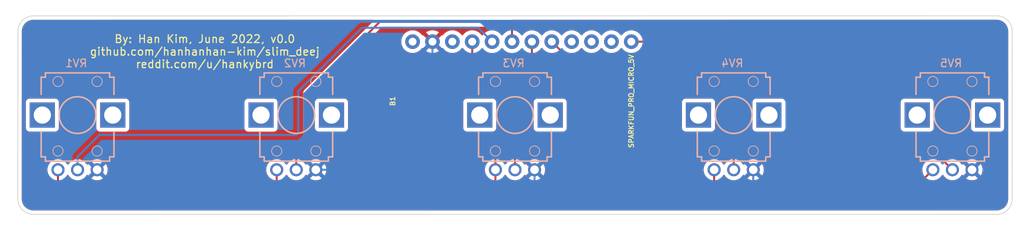
<source format=kicad_pcb>
(kicad_pcb (version 20211014) (generator pcbnew)
  (title_block (title "slim_deej") (date "2022-06-22") (rev "v0.0") (company "personal") (comment 1 "gnu.org/licenses/gpl-3.0.html") (comment 2 "License GPL by 3.0") (comment 3 "By: Han Kim"))
  (layers (0 "F.Cu" signal) (31 "B.Cu" signal) (34 "B.Paste" user) (35 "F.Paste" user) (36 "B.SilkS" user "B.Silkscreen") (37 "F.SilkS" user "F.Silkscreen") (38 "B.Mask" user) (39 "F.Mask" user) (44 "Edge.Cuts" user))
  (net 0 "")
  (net 6 "Net-(B1-Pad20)")
  (net 7 "Net-(B1-Pad19)")
  (net 8 "Net-(B1-Pad18)")
  (net 9 "Net-(B1-Pad17)")
  (net 10 "Net-(B1-Pad13)")
  (net 11 "Net-(RV3-Pad1)")
  (net 12 "Net-(B1-Pad21)")
  (footprint "SF_Boards:SPARKFUN_PRO_MICRO_ANALOG_HALF" (layer "F.Cu") (at 148.8186 91.9988 90)
    (fp_text reference "B1" (at 0 -15.24 90) (layer "F.SilkS") (effects (font (size 0.6096 0.6096) (thickness 0.127))))
    (fp_text value "SPARKFUN_PRO_MICRO_5V" (at 0 15.24 90) (layer "F.SilkS") (effects (font (size 0.6096 0.6096) (thickness 0.127))))
    (pad "13" thru_hole circle (at 7.62 15.24 90) (size 1.8796 1.8796) (drill 1.016) (layers *.Cu *.Mask) (net 10 "Net-(B1-Pad13)"))
    (pad "14" thru_hole circle (at 7.62 12.7 90) (size 1.8796 1.8796) (drill 1.016) (layers *.Cu *.Mask))
    (pad "15" thru_hole circle (at 7.62 10.16 90) (size 1.8796 1.8796) (drill 1.016) (layers *.Cu *.Mask))
    (pad "16" thru_hole circle (at 7.62 7.62 90) (size 1.8796 1.8796) (drill 1.016) (layers *.Cu *.Mask))
    (pad "17" thru_hole circle (at 7.62 5.08 90) (size 1.8796 1.8796) (drill 1.016) (layers *.Cu *.Mask) (net 9 "Net-(B1-Pad17)"))
    (pad "18" thru_hole circle (at 7.62 2.54 90) (size 1.8796 1.8796) (drill 1.016) (layers *.Cu *.Mask) (net 8 "Net-(B1-Pad18)"))
    (pad "19" thru_hole circle (at 7.62 0 90) (size 1.8796 1.8796) (drill 1.016) (layers *.Cu *.Mask) (net 7 "Net-(B1-Pad19)"))
    (pad "20" thru_hole circle (at 7.62 -2.54 90) (size 1.8796 1.8796) (drill 1.016) (layers *.Cu *.Mask) (net 6 "Net-(B1-Pad20)"))
    (pad "21" thru_hole circle (at 7.62 -5.08 90) (size 1.8796 1.8796) (drill 1.016) (layers *.Cu *.Mask) (net 12 "Net-(B1-Pad21)"))
    (pad "22" thru_hole circle (at 7.62 -7.62 90) (size 1.8796 1.8796) (drill 1.016) (layers *.Cu *.Mask))
    (pad "23" thru_hole circle (at 7.62 -10.16 90) (size 1.8796 1.8796) (drill 1.016) (layers *.Cu *.Mask) (net 11 "Net-(RV3-Pad1)"))
    (pad "24" thru_hole circle (at 7.62 -12.7 90) (size 1.8796 1.8796) (drill 1.016) (layers *.Cu *.Mask))
  )
  (footprint "rotary_pot_R0904N:R0904N" (layer "B.Cu") (at 177.1396 93.7768 180)
    (fp_text reference "RV4" (at 0.175 6.635) (layer "B.SilkS") (effects (justify mirror)))
    (fp_text value "10 kOhm")
    (fp_line (start 4.65 4.85) (end 4.65 2.65) (layer "B.SilkS") (width 0.2032))
    (fp_line (start -4.1 5.4) (end 4.1 5.4) (layer "B.SilkS") (width 0.2032))
    (fp_line (start -4.1 5.4) (end -4.1 4.85) (layer "B.SilkS") (width 0.2032))
    (fp_line (start 4.1 -5.9) (end 4.1 -5.35) (layer "B.SilkS") (width 0.2032))
    (fp_line (start -4.65 -5.35) (end -4.1 -5.35) (layer "B.SilkS") (width 0.2032))
    (fp_line (start 4.1 -5.9) (end -4.1 -5.9) (layer "B.SilkS") (width 0.2032))
    (fp_line (start -4.65 -5.35) (end -4.65 -2.15) (layer "B.SilkS") (width 0.2032))
    (fp_line (start 4.1 4.85) (end 4.1 5.4) (layer "B.SilkS") (width 0.2032))
    (fp_line (start -4.1 -5.35) (end -4.1 -5.9) (layer "B.SilkS") (width 0.2032))
    (fp_line (start 4.1 -5.35) (end 4.65 -5.35) (layer "B.SilkS") (width 0.2032))
    (fp_line (start -4.65 2.65) (end -4.65 4.85) (layer "B.SilkS") (width 0.2032))
    (fp_line (start -4.1 4.85) (end -4.65 4.85) (layer "B.SilkS") (width 0.2032))
    (fp_line (start 4.65 4.85) (end 4.1 4.85) (layer "B.SilkS") (width 0.2032))
    (fp_line (start 4.65 -2.15) (end 4.65 -5.35) (layer "B.SilkS") (width 0.2032))
    (fp_circle (center 2.5 4.3) (end 3.15 4.3) (layer "B.SilkS") (width 0.1016) (fill none))
    (fp_circle (center 2.5 -4.6) (end 3.15 -4.6) (layer "B.SilkS") (width 0.1016) (fill none))
    (fp_circle (center -2.5 -4.6) (end -1.85 -4.6) (layer "B.SilkS") (width 0.1016) (fill none))
    (fp_circle (center 0 0) (end 2.3501 0) (layer "B.SilkS") (width 0.2032) (fill none))
    (fp_circle (center -2.5 4.3) (end -1.85 4.3) (layer "B.SilkS") (width 0.1016) (fill none))
    (pad "1" thru_hole circle (at -2.5 -7 180) (size 1.6764 1.6764) (drill 1.1) (layers *.Cu *.Mask) (net 11 "Net-(RV3-Pad1)"))
    (pad "2" thru_hole circle (at 0 -7 180) (size 1.6764 1.6764) (drill 1.1) (layers *.Cu *.Mask) (net 9 "Net-(B1-Pad17)"))
    (pad "3" thru_hole circle (at 2.5 -7 180) (size 1.6764 1.6764) (drill 1.1) (layers *.Cu *.Mask) (net 12 "Net-(B1-Pad21)"))
    (pad "M1" thru_hole rect (at -4.5 0 180) (size 3.216 3.216) (drill 2.2) (layers *.Cu *.Mask))
    (pad "M2" thru_hole rect (at 4.5 0 180) (size 3.216 3.216) (drill 2.2) (layers *.Cu *.Mask))
  )
  (footprint "rotary_pot_R0904N:R0904N" (layer "B.Cu") (at 149.1996 93.7768 180)
    (fp_text reference "RV3" (at 0.175 6.635) (layer "B.SilkS") (effects (justify mirror)))
    (fp_text value "10 kOhm")
    (fp_line (start -4.65 -5.35) (end -4.1 -5.35) (layer "B.SilkS") (width 0.2032))
    (fp_line (start -4.1 5.4) (end -4.1 4.85) (layer "B.SilkS") (width 0.2032))
    (fp_line (start -4.65 2.65) (end -4.65 4.85) (layer "B.SilkS") (width 0.2032))
    (fp_line (start -4.1 -5.35) (end -4.1 -5.9) (layer "B.SilkS") (width 0.2032))
    (fp_line (start -4.1 5.4) (end 4.1 5.4) (layer "B.SilkS") (width 0.2032))
    (fp_line (start -4.1 4.85) (end -4.65 4.85) (layer "B.SilkS") (width 0.2032))
    (fp_line (start 4.1 -5.9) (end -4.1 -5.9) (layer "B.SilkS") (width 0.2032))
    (fp_line (start 4.1 -5.9) (end 4.1 -5.35) (layer "B.SilkS") (width 0.2032))
    (fp_line (start 4.65 4.85) (end 4.65 2.65) (layer "B.SilkS") (width 0.2032))
    (fp_line (start 4.65 -2.15) (end 4.65 -5.35) (layer "B.SilkS") (width 0.2032))
    (fp_line (start -4.65 -5.35) (end -4.65 -2.15) (layer "B.SilkS") (width 0.2032))
    (fp_line (start 4.1 -5.35) (end 4.65 -5.35) (layer "B.SilkS") (width 0.2032))
    (fp_line (start 4.1 4.85) (end 4.1 5.4) (layer "B.SilkS") (width 0.2032))
    (fp_line (start 4.65 4.85) (end 4.1 4.85) (layer "B.SilkS") (width 0.2032))
    (fp_circle (center 2.5 -4.6) (end 3.15 -4.6) (layer "B.SilkS") (width 0.1016) (fill none))
    (fp_circle (center 0 0) (end 2.3501 0) (layer "B.SilkS") (width 0.2032) (fill none))
    (fp_circle (center -2.5 4.3) (end -1.85 4.3) (layer "B.SilkS") (width 0.1016) (fill none))
    (fp_circle (center -2.5 -4.6) (end -1.85 -4.6) (layer "B.SilkS") (width 0.1016) (fill none))
    (fp_circle (center 2.5 4.3) (end 3.15 4.3) (layer "B.SilkS") (width 0.1016) (fill none))
    (pad "1" thru_hole circle (at -2.5 -7 180) (size 1.6764 1.6764) (drill 1.1) (layers *.Cu *.Mask) (net 11 "Net-(RV3-Pad1)"))
    (pad "2" thru_hole circle (at 0 -7 180) (size 1.6764 1.6764) (drill 1.1) (layers *.Cu *.Mask) (net 8 "Net-(B1-Pad18)"))
    (pad "3" thru_hole circle (at 2.5 -7 180) (size 1.6764 1.6764) (drill 1.1) (layers *.Cu *.Mask) (net 12 "Net-(B1-Pad21)"))
    (pad "M1" thru_hole rect (at -4.5 0 180) (size 3.216 3.216) (drill 2.2) (layers *.Cu *.Mask))
    (pad "M2" thru_hole rect (at 4.5 0 180) (size 3.216 3.216) (drill 2.2) (layers *.Cu *.Mask))
  )
  (footprint "rotary_pot_R0904N:R0904N" (layer "B.Cu") (at 93.3196 93.7768 180)
    (fp_text reference "RV1" (at 0.175 6.635) (layer "B.SilkS") (effects (justify mirror)))
    (fp_text value "10 kOhm")
    (fp_line (start -4.1 5.4) (end 4.1 5.4) (layer "B.SilkS") (width 0.2032))
    (fp_line (start 4.1 -5.35) (end 4.65 -5.35) (layer "B.SilkS") (width 0.2032))
    (fp_line (start -4.65 2.65) (end -4.65 4.85) (layer "B.SilkS") (width 0.2032))
    (fp_line (start 4.1 -5.9) (end -4.1 -5.9) (layer "B.SilkS") (width 0.2032))
    (fp_line (start -4.1 -5.35) (end -4.1 -5.9) (layer "B.SilkS") (width 0.2032))
    (fp_line (start -4.65 -5.35) (end -4.65 -2.15) (layer "B.SilkS") (width 0.2032))
    (fp_line (start -4.1 5.4) (end -4.1 4.85) (layer "B.SilkS") (width 0.2032))
    (fp_line (start 4.65 -2.15) (end 4.65 -5.35) (layer "B.SilkS") (width 0.2032))
    (fp_line (start 4.1 4.85) (end 4.1 5.4) (layer "B.SilkS") (width 0.2032))
    (fp_line (start 4.1 -5.9) (end 4.1 -5.35) (layer "B.SilkS") (width 0.2032))
    (fp_line (start 4.65 4.85) (end 4.65 2.65) (layer "B.SilkS") (width 0.2032))
    (fp_line (start -4.1 4.85) (end -4.65 4.85) (layer "B.SilkS") (width 0.2032))
    (fp_line (start 4.65 4.85) (end 4.1 4.85) (layer "B.SilkS") (width 0.2032))
    (fp_line (start -4.65 -5.35) (end -4.1 -5.35) (layer "B.SilkS") (width 0.2032))
    (fp_circle (center 2.5 -4.6) (end 3.15 -4.6) (layer "B.SilkS") (width 0.1016) (fill none))
    (fp_circle (center 0 0) (end 2.3501 0) (layer "B.SilkS") (width 0.2032) (fill none))
    (fp_circle (center -2.5 4.3) (end -1.85 4.3) (layer "B.SilkS") (width 0.1016) (fill none))
    (fp_circle (center -2.5 -4.6) (end -1.85 -4.6) (layer "B.SilkS") (width 0.1016) (fill none))
    (fp_circle (center 2.5 4.3) (end 3.15 4.3) (layer "B.SilkS") (width 0.1016) (fill none))
    (pad "1" thru_hole circle (at -2.5 -7 180) (size 1.6764 1.6764) (drill 1.1) (layers *.Cu *.Mask) (net 11 "Net-(RV3-Pad1)"))
    (pad "2" thru_hole circle (at 0 -7 180) (size 1.6764 1.6764) (drill 1.1) (layers *.Cu *.Mask) (net 6 "Net-(B1-Pad20)"))
    (pad "3" thru_hole circle (at 2.5 -7 180) (size 1.6764 1.6764) (drill 1.1) (layers *.Cu *.Mask) (net 12 "Net-(B1-Pad21)"))
    (pad "M1" thru_hole rect (at -4.5 0 180) (size 3.216 3.216) (drill 2.2) (layers *.Cu *.Mask))
    (pad "M2" thru_hole rect (at 4.5 0 180) (size 3.216 3.216) (drill 2.2) (layers *.Cu *.Mask))
  )
  (footprint "rotary_pot_R0904N:R0904N" (layer "B.Cu") (at 205.0796 93.7768 180)
    (fp_text reference "RV5" (at 0.175 6.635) (layer "B.SilkS") (effects (justify mirror)))
    (fp_text value "10 kOhm")
    (fp_line (start 4.1 -5.35) (end 4.65 -5.35) (layer "B.SilkS") (width 0.2032))
    (fp_line (start 4.65 -2.15) (end 4.65 -5.35) (layer "B.SilkS") (width 0.2032))
    (fp_line (start 4.1 -5.9) (end -4.1 -5.9) (layer "B.SilkS") (width 0.2032))
    (fp_line (start -4.65 -5.35) (end -4.65 -2.15) (layer "B.SilkS") (width 0.2032))
    (fp_line (start -4.1 -5.35) (end -4.1 -5.9) (layer "B.SilkS") (width 0.2032))
    (fp_line (start 4.1 4.85) (end 4.1 5.4) (layer "B.SilkS") (width 0.2032))
    (fp_line (start -4.65 -5.35) (end -4.1 -5.35) (layer "B.SilkS") (width 0.2032))
    (fp_line (start -4.65 2.65) (end -4.65 4.85) (layer "B.SilkS") (width 0.2032))
    (fp_line (start 4.1 -5.9) (end 4.1 -5.35) (layer "B.SilkS") (width 0.2032))
    (fp_line (start 4.65 4.85) (end 4.1 4.85) (layer "B.SilkS") (width 0.2032))
    (fp_line (start -4.1 5.4) (end -4.1 4.85) (layer "B.SilkS") (width 0.2032))
    (fp_line (start -4.1 4.85) (end -4.65 4.85) (layer "B.SilkS") (width 0.2032))
    (fp_line (start -4.1 5.4) (end 4.1 5.4) (layer "B.SilkS") (width 0.2032))
    (fp_line (start 4.65 4.85) (end 4.65 2.65) (layer "B.SilkS") (width 0.2032))
    (fp_circle (center 0 0) (end 2.3501 0) (layer "B.SilkS") (width 0.2032) (fill none))
    (fp_circle (center 2.5 -4.6) (end 3.15 -4.6) (layer "B.SilkS") (width 0.1016) (fill none))
    (fp_circle (center -2.5 4.3) (end -1.85 4.3) (layer "B.SilkS") (width 0.1016) (fill none))
    (fp_circle (center -2.5 -4.6) (end -1.85 -4.6) (layer "B.SilkS") (width 0.1016) (fill none))
    (fp_circle (center 2.5 4.3) (end 3.15 4.3) (layer "B.SilkS") (width 0.1016) (fill none))
    (pad "1" thru_hole circle (at -2.5 -7 180) (size 1.6764 1.6764) (drill 1.1) (layers *.Cu *.Mask) (net 11 "Net-(RV3-Pad1)"))
    (pad "2" thru_hole circle (at 0 -7 180) (size 1.6764 1.6764) (drill 1.1) (layers *.Cu *.Mask) (net 10 "Net-(B1-Pad13)"))
    (pad "3" thru_hole circle (at 2.5 -7 180) (size 1.6764 1.6764) (drill 1.1) (layers *.Cu *.Mask) (net 12 "Net-(B1-Pad21)"))
    (pad "M1" thru_hole rect (at -4.5 0 180) (size 3.216 3.216) (drill 2.2) (layers *.Cu *.Mask))
    (pad "M2" thru_hole rect (at 4.5 0 180) (size 3.216 3.216) (drill 2.2) (layers *.Cu *.Mask))
  )
  (footprint "rotary_pot_R0904N:R0904N" (layer "B.Cu") (at 121.2596 93.7768 180)
    (fp_text reference "RV2" (at 0.175 6.635) (layer "B.SilkS") (effects (justify mirror)))
    (fp_text value "10 kOhm")
    (fp_line (start -4.1 5.4) (end -4.1 4.85) (layer "B.SilkS") (width 0.2032))
    (fp_line (start 4.1 4.85) (end 4.1 5.4) (layer "B.SilkS") (width 0.2032))
    (fp_line (start -4.65 -5.35) (end -4.65 -2.15) (layer "B.SilkS") (width 0.2032))
    (fp_line (start 4.65 4.85) (end 4.1 4.85) (layer "B.SilkS") (width 0.2032))
    (fp_line (start 4.1 -5.9) (end -4.1 -5.9) (layer "B.SilkS") (width 0.2032))
    (fp_line (start 4.65 -2.15) (end 4.65 -5.35) (layer "B.SilkS") (width 0.2032))
    (fp_line (start -4.65 2.65) (end -4.65 4.85) (layer "B.SilkS") (width 0.2032))
    (fp_line (start -4.1 5.4) (end 4.1 5.4) (layer "B.SilkS") (width 0.2032))
    (fp_line (start -4.1 4.85) (end -4.65 4.85) (layer "B.SilkS") (width 0.2032))
    (fp_line (start 4.1 -5.35) (end 4.65 -5.35) (layer "B.SilkS") (width 0.2032))
    (fp_line (start 4.65 4.85) (end 4.65 2.65) (layer "B.SilkS") (width 0.2032))
    (fp_line (start -4.65 -5.35) (end -4.1 -5.35) (layer "B.SilkS") (width 0.2032))
    (fp_line (start 4.1 -5.9) (end 4.1 -5.35) (layer "B.SilkS") (width 0.2032))
    (fp_line (start -4.1 -5.35) (end -4.1 -5.9) (layer "B.SilkS") (width 0.2032))
    (fp_circle (center 2.5 -4.6) (end 3.15 -4.6) (layer "B.SilkS") (width 0.1016) (fill none))
    (fp_circle (center 0 0) (end 2.3501 0) (layer "B.SilkS") (width 0.2032) (fill none))
    (fp_circle (center -2.5 -4.6) (end -1.85 -4.6) (layer "B.SilkS") (width 0.1016) (fill none))
    (fp_circle (center -2.5 4.3) (end -1.85 4.3) (layer "B.SilkS") (width 0.1016) (fill none))
    (fp_circle (center 2.5 4.3) (end 3.15 4.3) (layer "B.SilkS") (width 0.1016) (fill none))
    (pad "1" thru_hole circle (at -2.5 -7 180) (size 1.6764 1.6764) (drill 1.1) (layers *.Cu *.Mask) (net 11 "Net-(RV3-Pad1)"))
    (pad "2" thru_hole circle (at 0 -7 180) (size 1.6764 1.6764) (drill 1.1) (layers *.Cu *.Mask) (net 7 "Net-(B1-Pad19)"))
    (pad "3" thru_hole circle (at 2.5 -7 180) (size 1.6764 1.6764) (drill 1.1) (layers *.Cu *.Mask) (net 12 "Net-(B1-Pad21)"))
    (pad "M1" thru_hole rect (at -4.5 0 180) (size 3.216 3.216) (drill 2.2) (layers *.Cu *.Mask))
    (pad "M2" thru_hole rect (at 4.5 0 180) (size 3.216 3.216) (drill 2.2) (layers *.Cu *.Mask))
  )
  (gr_line (start 85.688642 104.451401) (end 85.6996 83.0072) (layer "Edge.Cuts") (width 0.1))
  (gr_line (start 212.710559 83.102199) (end 212.706201 104.557359) (layer "Edge.Cuts") (width 0.1))
  (gr_line (start 210.674201 106.487759) (end 87.619042 106.483401) (layer "Edge.Cuts") (width 0.1))
  (gr_line (start 87.7316 81.0768) (end 210.780159 81.070199) (layer "Edge.Cuts") (width 0.1))
  (gr_arc (start 212.706201 104.557359) (mid 212.09 105.943401) (end 210.674201 106.487759) (layer "Edge.Cuts") (width 0.1))
  (gr_arc (start 210.780159 81.070199) (mid 212.166201 81.6864) (end 212.710559 83.102199) (layer "Edge.Cuts") (width 0.1))
  (gr_arc (start 85.6996 83.0072) (mid 86.315801 81.621159) (end 87.7316 81.0768) (layer "Edge.Cuts") (width 0.1))
  (gr_arc (start 87.619042 106.483401) (mid 86.233 105.8672) (end 85.688642 104.451401) (layer "Edge.Cuts") (width 0.1))
  (gr_text "By: Han Kim, June 2022, v0.0\ngithub.com/hanhanhan-kim/slim_deej\nreddit.com/u/hankybrd\n" (at 109.5756 85.6488) (layer "F.SilkS") (effects (font (size 1 1))))
  (segment (start 121.5136 90.7288) (end 129.6416 82.6008) (width 0.254) (layer "B.Cu") (net 6))
  (segment (start 144.5006 82.6008) (end 146.2786 84.3788) (width 0.254) (layer "B.Cu") (net 6))
  (segment (start 93.3196 100.7768) (end 93.3196 99.1108) (width 0.254) (layer "B.Cu") (net 6))
  (segment (start 96.1136 96.3168) (end 121.2596 96.3168) (width 0.254) (layer "B.Cu") (net 6))
  (segment (start 121.2596 96.3168) (end 121.5136 96.0628) (width 0.254) (layer "B.Cu") (net 6))
  (segment (start 121.5136 96.0628) (end 121.5136 90.7288) (width 0.254) (layer "B.Cu") (net 6))
  (segment (start 93.3196 99.1108) (end 96.1136 96.3168) (width 0.254) (layer "B.Cu") (net 6))
  (segment (start 129.6416 82.6008) (end 144.5006 82.6008) (width 0.254) (layer "B.Cu") (net 6))
  (segment (start 122.7836 90.9828) (end 131.9276 81.8388) (width 0.254) (layer "F.Cu") (net 7))
  (segment (start 148.8186 82.7278) (end 148.8186 84.3788) (width 0.254) (layer "F.Cu") (net 7))
  (segment (start 121.2596 100.7768) (end 121.2596 98.3488) (width 0.254) (layer "F.Cu") (net 7))
  (segment (start 131.9276 81.8388) (end 147.9296 81.8388) (width 0.254) (layer "F.Cu") (net 7))
  (segment (start 121.2596 98.3488) (end 122.7836 96.8248) (width 0.254) (layer "F.Cu") (net 7))
  (segment (start 147.9296 81.8388) (end 148.8186 82.7278) (width 0.254) (layer "F.Cu") (net 7))
  (segment (start 122.7836 96.8248) (end 122.7836 90.9828) (width 0.254) (layer "F.Cu") (net 7))
  (segment (start 151.3586 87.2998) (end 149.1996 89.4588) (width 0.254) (layer "F.Cu") (net 8))
  (segment (start 151.3586 84.3788) (end 151.3586 87.2998) (width 0.254) (layer "F.Cu") (net 8))
  (segment (start 149.1996 89.4588) (end 149.1996 100.7768) (width 0.254) (layer "F.Cu") (net 8))
  (segment (start 166.5986 97.0788) (end 177.1396 97.0788) (width 0.254) (layer "F.Cu") (net 9))
  (segment (start 153.8986 84.3788) (end 166.5986 97.0788) (width 0.254) (layer "F.Cu") (net 9))
  (segment (start 177.1396 97.0788) (end 177.1396 100.7768) (width 0.254) (layer "F.Cu") (net 9))
  (segment (start 164.0586 84.3788) (end 187.204578 84.3788) (width 0.254) (layer "F.Cu") (net 10))
  (segment (start 195.4276 98.3488) (end 202.6516 98.3488) (width 0.254) (layer "F.Cu") (net 10))
  (segment (start 190.8556 88.029822) (end 190.8556 93.7768) (width 0.254) (layer "F.Cu") (net 10))
  (segment (start 202.6516 98.3488) (end 205.0796 100.7768) (width 0.254) (layer "F.Cu") (net 10))
  (segment (start 190.8556 93.7768) (end 195.4276 98.3488) (width 0.254) (layer "F.Cu") (net 10))
  (segment (start 187.204578 84.3788) (end 190.8556 88.029822) (width 0.254) (layer "F.Cu") (net 10))
  (segment (start 141.0716 102.9208) (end 151.7396 102.9208) (width 0.254) (layer "B.Cu") (net 11))
  (segment (start 151.6996 102.8808) (end 151.7396 102.9208) (width 0.254) (layer "B.Cu") (net 11))
  (segment (start 138.6436 100.7768) (end 138.7856 100.6348) (width 0.254) (layer "B.Cu") (net 11))
  (segment (start 97.9636 102.9208) (end 95.8196 100.7768) (width 0.254) (layer "B.Cu") (net 11))
  (segment (start 123.7596 100.7768) (end 138.6436 100.7768) (width 0.254) (layer "B.Cu") (net 11))
  (segment (start 151.7396 102.9208) (end 179.6796 102.9208) (width 0.254) (layer "B.Cu") (net 11))
  (segment (start 141.0716 102.9208) (end 97.9636 102.9208) (width 0.254) (layer "B.Cu") (net 11))
  (segment (start 151.6996 100.7768) (end 151.6996 102.8808) (width 0.254) (layer "B.Cu") (net 11))
  (segment (start 179.6396 102.8808) (end 179.6796 102.9208) (width 0.254) (layer "B.Cu") (net 11))
  (segment (start 179.6796 102.9208) (end 205.4356 102.9208) (width 0.254) (layer "B.Cu") (net 11))
  (segment (start 138.6586 100.5078) (end 138.7856 100.6348) (width 0.254) (layer "B.Cu") (net 11))
  (segment (start 138.7856 100.6348) (end 141.0716 102.9208) (width 0.254) (layer "B.Cu") (net 11))
  (segment (start 179.6396 100.7768) (end 179.6396 102.8808) (width 0.254) (layer "B.Cu") (net 11))
  (segment (start 205.4356 102.9208) (end 207.5796 100.7768) (width 0.254) (layer "B.Cu") (net 11))
  (segment (start 138.6586 84.3788) (end 138.6586 100.5078) (width 0.254) (layer "B.Cu") (net 11))
  (segment (start 171.4796 103.9368) (end 174.5996 103.9368) (width 0.254) (layer "F.Cu") (net 12))
  (segment (start 146.6996 98.5628) (end 146.6996 100.7768) (width 0.254) (layer "F.Cu") (net 12))
  (segment (start 147.9296 91.4908) (end 147.9296 97.3328) (width 0.254) (layer "F.Cu") (net 12))
  (segment (start 174.5996 103.9368) (end 199.4196 103.9368) (width 0.254) (layer "F.Cu") (net 12))
  (segment (start 199.4196 103.9368) (end 202.5796 100.7768) (width 0.254) (layer "F.Cu") (net 12))
  (segment (start 147.9296 97.3328) (end 146.6996 98.5628) (width 0.254) (layer "F.Cu") (net 12))
  (segment (start 174.6396 100.7768) (end 174.6396 103.8968) (width 0.254) (layer "F.Cu") (net 12))
  (segment (start 143.7386 84.3788) (end 143.7386 87.2998) (width 0.254) (layer "F.Cu") (net 12))
  (segment (start 115.5996 103.9368) (end 118.7196 103.9368) (width 0.254) (layer "F.Cu") (net 12))
  (segment (start 174.6396 103.8968) (end 174.5996 103.9368) (width 0.254) (layer "F.Cu") (net 12))
  (segment (start 143.7386 87.2998) (end 147.9296 91.4908) (width 0.254) (layer "F.Cu") (net 12))
  (segment (start 115.5996 103.9368) (end 90.7796 103.9368) (width 0.254) (layer "F.Cu") (net 12))
  (segment (start 90.8196 103.8968) (end 90.8196 100.7768) (width 0.254) (layer "F.Cu") (net 12))
  (segment (start 118.7196 103.9368) (end 143.5396 103.9368) (width 0.254) (layer "F.Cu") (net 12))
  (segment (start 146.6596 103.9368) (end 171.4796 103.9368) (width 0.254) (layer "F.Cu") (net 12))
  (segment (start 90.7796 103.9368) (end 90.8196 103.8968) (width 0.254) (layer "F.Cu") (net 12))
  (segment (start 118.7596 100.7768) (end 118.7596 103.8968) (width 0.254) (layer "F.Cu") (net 12))
  (segment (start 143.5396 103.9368) (end 146.6596 103.9368) (width 0.254) (layer "F.Cu") (net 12))
  (segment (start 146.6996 100.7768) (end 146.6996 103.8968) (width 0.254) (layer "F.Cu") (net 12))
  (segment (start 118.7596 103.8968) (end 118.7196 103.9368) (width 0.254) (layer "F.Cu") (net 12))
  (segment (start 146.6996 103.8968) (end 146.6596 103.9368) (width 0.254) (layer "F.Cu") (net 12))
  (zone (net 11) (net_name "Net-(RV3-Pad1)") (layer "F.Cu") (connect_pads (clearance 0.508)) (min_thickness 0.254) (fill yes (thermal_gap 0.508) (thermal_bridge_width 0.508))
    (polygon (pts (xy 213.9696 79.5528) (xy 213.7156 108.2548) (xy 83.6676 107.7468) (xy 83.6676 105.4608) (xy 83.4136 79.2988)))
  )
  (zone (net 11) (net_name "Net-(RV3-Pad1)") (layer "B.Cu") (connect_pads (clearance 0.508)) (min_thickness 0.254) (fill yes (thermal_gap 0.508) (thermal_bridge_width 0.508))
    (polygon (pts (xy 214.2236 108.0008) (xy 84.6836 108.0008) (xy 83.9216 79.0448) (xy 214.2236 79.0448)))
  )
)
</source>
